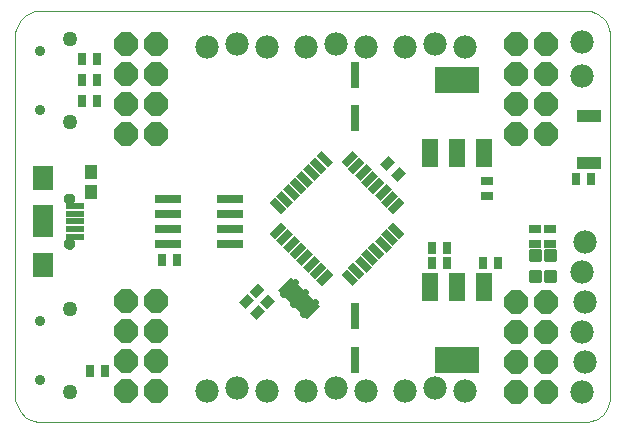
<source format=gts>
G75*
%MOIN*%
%OFA0B0*%
%FSLAX25Y25*%
%IPPOS*%
%LPD*%
%AMOC8*
5,1,8,0,0,1.08239X$1,22.5*
%
%ADD10C,0.00394*%
%ADD11C,0.07800*%
%ADD12R,0.05400X0.02600*%
%ADD13R,0.02600X0.05400*%
%ADD14R,0.05912X0.01975*%
%ADD15C,0.00000*%
%ADD16C,0.03746*%
%ADD17R,0.06693X0.07874*%
%ADD18R,0.06693X0.10630*%
%ADD19OC8,0.07800*%
%ADD20C,0.02172*%
%ADD21R,0.13760X0.06040*%
%ADD22R,0.05200X0.09200*%
%ADD23R,0.14573X0.09061*%
%ADD24R,0.03943X0.03156*%
%ADD25R,0.03156X0.03943*%
%ADD26R,0.09061X0.02762*%
%ADD27C,0.01301*%
%ADD28C,0.03500*%
%ADD29C,0.05000*%
%ADD30R,0.08200X0.04400*%
%ADD31R,0.04337X0.04731*%
%ADD32R,0.02959X0.09061*%
D10*
X0013852Y0009142D02*
X0013224Y0010066D01*
X0012790Y0011090D01*
X0012356Y0012115D01*
X0012115Y0013241D01*
X0012115Y0135651D01*
X0012356Y0136777D01*
X0012790Y0137802D01*
X0013224Y0138826D01*
X0013852Y0139750D01*
X0014628Y0140525D01*
X0015404Y0141301D01*
X0016327Y0141929D01*
X0017352Y0142363D01*
X0018377Y0142798D01*
X0019503Y0143038D01*
X0202967Y0143038D01*
X0204094Y0142798D01*
X0205119Y0142363D01*
X0206143Y0141929D01*
X0207067Y0141301D01*
X0207843Y0140525D01*
X0208619Y0139750D01*
X0209247Y0138826D01*
X0209681Y0137802D01*
X0210115Y0136777D01*
X0210355Y0135651D01*
X0210355Y0013241D01*
X0210115Y0012115D01*
X0209681Y0011090D01*
X0209247Y0010066D01*
X0208619Y0009142D01*
X0207843Y0008366D01*
X0207067Y0007591D01*
X0206143Y0006962D01*
X0205119Y0006528D01*
X0204094Y0006094D01*
X0202967Y0005854D01*
X0019503Y0005854D01*
X0018377Y0006094D01*
X0017352Y0006528D01*
X0016327Y0006962D01*
X0015404Y0007591D01*
X0013852Y0009142D01*
D11*
X0075846Y0016300D03*
X0085846Y0017300D03*
X0095846Y0016300D03*
X0108846Y0016300D03*
X0118846Y0017300D03*
X0128846Y0016300D03*
X0141846Y0016300D03*
X0151846Y0017300D03*
X0161846Y0016300D03*
X0200846Y0015800D03*
X0201846Y0025800D03*
X0200846Y0035800D03*
X0201846Y0045800D03*
X0200846Y0055800D03*
X0201846Y0065800D03*
X0200846Y0121100D03*
X0200846Y0132500D03*
X0161846Y0130800D03*
X0151846Y0131800D03*
X0141846Y0130800D03*
X0128846Y0130800D03*
X0118846Y0131800D03*
X0108846Y0130800D03*
X0095846Y0130800D03*
X0085846Y0131800D03*
X0075846Y0130800D03*
D12*
G36*
X0126330Y0094534D02*
X0122513Y0090717D01*
X0120674Y0092556D01*
X0124491Y0096373D01*
X0126330Y0094534D01*
G37*
G36*
X0128557Y0092307D02*
X0124740Y0088490D01*
X0122901Y0090329D01*
X0126718Y0094146D01*
X0128557Y0092307D01*
G37*
G36*
X0130784Y0090080D02*
X0126967Y0086263D01*
X0125128Y0088102D01*
X0128945Y0091919D01*
X0130784Y0090080D01*
G37*
G36*
X0133011Y0087853D02*
X0129194Y0084036D01*
X0127355Y0085875D01*
X0131172Y0089692D01*
X0133011Y0087853D01*
G37*
G36*
X0135238Y0085626D02*
X0131421Y0081809D01*
X0129582Y0083648D01*
X0133399Y0087465D01*
X0135238Y0085626D01*
G37*
G36*
X0137465Y0083398D02*
X0133648Y0079581D01*
X0131809Y0081420D01*
X0135626Y0085237D01*
X0137465Y0083398D01*
G37*
G36*
X0139692Y0081171D02*
X0135875Y0077354D01*
X0134036Y0079193D01*
X0137853Y0083010D01*
X0139692Y0081171D01*
G37*
G36*
X0141919Y0078944D02*
X0138102Y0075127D01*
X0136263Y0076966D01*
X0140080Y0080783D01*
X0141919Y0078944D01*
G37*
G36*
X0115792Y0057271D02*
X0111975Y0053454D01*
X0110136Y0055293D01*
X0113953Y0059110D01*
X0115792Y0057271D01*
G37*
G36*
X0118019Y0055044D02*
X0114202Y0051227D01*
X0112363Y0053066D01*
X0116180Y0056883D01*
X0118019Y0055044D01*
G37*
G36*
X0113565Y0059498D02*
X0109748Y0055681D01*
X0107909Y0057520D01*
X0111726Y0061337D01*
X0113565Y0059498D01*
G37*
G36*
X0111338Y0061725D02*
X0107521Y0057908D01*
X0105682Y0059747D01*
X0109499Y0063564D01*
X0111338Y0061725D01*
G37*
G36*
X0109111Y0063952D02*
X0105294Y0060135D01*
X0103455Y0061974D01*
X0107272Y0065791D01*
X0109111Y0063952D01*
G37*
G36*
X0106884Y0066180D02*
X0103067Y0062363D01*
X0101228Y0064202D01*
X0105045Y0068019D01*
X0106884Y0066180D01*
G37*
G36*
X0104657Y0068407D02*
X0100840Y0064590D01*
X0099001Y0066429D01*
X0102818Y0070246D01*
X0104657Y0068407D01*
G37*
G36*
X0102429Y0070634D02*
X0098612Y0066817D01*
X0096773Y0068656D01*
X0100590Y0072473D01*
X0102429Y0070634D01*
G37*
D13*
G36*
X0102429Y0076966D02*
X0100590Y0075127D01*
X0096773Y0078944D01*
X0098612Y0080783D01*
X0102429Y0076966D01*
G37*
G36*
X0104657Y0079193D02*
X0102818Y0077354D01*
X0099001Y0081171D01*
X0100840Y0083010D01*
X0104657Y0079193D01*
G37*
G36*
X0106884Y0081420D02*
X0105045Y0079581D01*
X0101228Y0083398D01*
X0103067Y0085237D01*
X0106884Y0081420D01*
G37*
G36*
X0109111Y0083648D02*
X0107272Y0081809D01*
X0103455Y0085626D01*
X0105294Y0087465D01*
X0109111Y0083648D01*
G37*
G36*
X0111338Y0085875D02*
X0109499Y0084036D01*
X0105682Y0087853D01*
X0107521Y0089692D01*
X0111338Y0085875D01*
G37*
G36*
X0113565Y0088102D02*
X0111726Y0086263D01*
X0107909Y0090080D01*
X0109748Y0091919D01*
X0113565Y0088102D01*
G37*
G36*
X0115792Y0090329D02*
X0113953Y0088490D01*
X0110136Y0092307D01*
X0111975Y0094146D01*
X0115792Y0090329D01*
G37*
G36*
X0118019Y0092556D02*
X0116180Y0090717D01*
X0112363Y0094534D01*
X0114202Y0096373D01*
X0118019Y0092556D01*
G37*
G36*
X0141919Y0068656D02*
X0140080Y0066817D01*
X0136263Y0070634D01*
X0138102Y0072473D01*
X0141919Y0068656D01*
G37*
G36*
X0139692Y0066429D02*
X0137853Y0064590D01*
X0134036Y0068407D01*
X0135875Y0070246D01*
X0139692Y0066429D01*
G37*
G36*
X0137465Y0064202D02*
X0135626Y0062363D01*
X0131809Y0066180D01*
X0133648Y0068019D01*
X0137465Y0064202D01*
G37*
G36*
X0135238Y0061974D02*
X0133399Y0060135D01*
X0129582Y0063952D01*
X0131421Y0065791D01*
X0135238Y0061974D01*
G37*
G36*
X0133011Y0059747D02*
X0131172Y0057908D01*
X0127355Y0061725D01*
X0129194Y0063564D01*
X0133011Y0059747D01*
G37*
G36*
X0130784Y0057520D02*
X0128945Y0055681D01*
X0125128Y0059498D01*
X0126967Y0061337D01*
X0130784Y0057520D01*
G37*
G36*
X0128557Y0055293D02*
X0126718Y0053454D01*
X0122901Y0057271D01*
X0124740Y0059110D01*
X0128557Y0055293D01*
G37*
G36*
X0126330Y0053066D02*
X0124491Y0051227D01*
X0120674Y0055044D01*
X0122513Y0056883D01*
X0126330Y0053066D01*
G37*
D14*
X0031976Y0067682D03*
X0031976Y0070241D03*
X0031976Y0072800D03*
X0031976Y0075359D03*
X0031976Y0077918D03*
D15*
X0028335Y0080280D02*
X0028337Y0080361D01*
X0028343Y0080443D01*
X0028353Y0080524D01*
X0028367Y0080604D01*
X0028384Y0080683D01*
X0028406Y0080762D01*
X0028431Y0080839D01*
X0028460Y0080916D01*
X0028493Y0080990D01*
X0028530Y0081063D01*
X0028569Y0081134D01*
X0028613Y0081203D01*
X0028659Y0081270D01*
X0028709Y0081334D01*
X0028762Y0081396D01*
X0028818Y0081456D01*
X0028876Y0081512D01*
X0028938Y0081566D01*
X0029002Y0081617D01*
X0029068Y0081664D01*
X0029136Y0081708D01*
X0029207Y0081749D01*
X0029279Y0081786D01*
X0029354Y0081820D01*
X0029429Y0081850D01*
X0029507Y0081876D01*
X0029585Y0081899D01*
X0029664Y0081917D01*
X0029744Y0081932D01*
X0029825Y0081943D01*
X0029906Y0081950D01*
X0029988Y0081953D01*
X0030069Y0081952D01*
X0030150Y0081947D01*
X0030231Y0081938D01*
X0030312Y0081925D01*
X0030392Y0081908D01*
X0030470Y0081888D01*
X0030548Y0081863D01*
X0030625Y0081835D01*
X0030700Y0081803D01*
X0030773Y0081768D01*
X0030844Y0081729D01*
X0030914Y0081686D01*
X0030981Y0081641D01*
X0031047Y0081592D01*
X0031109Y0081540D01*
X0031169Y0081484D01*
X0031226Y0081426D01*
X0031281Y0081366D01*
X0031332Y0081302D01*
X0031380Y0081237D01*
X0031425Y0081169D01*
X0031467Y0081099D01*
X0031505Y0081027D01*
X0031540Y0080953D01*
X0031571Y0080878D01*
X0031598Y0080801D01*
X0031621Y0080723D01*
X0031641Y0080644D01*
X0031657Y0080564D01*
X0031669Y0080483D01*
X0031677Y0080402D01*
X0031681Y0080321D01*
X0031681Y0080239D01*
X0031677Y0080158D01*
X0031669Y0080077D01*
X0031657Y0079996D01*
X0031641Y0079916D01*
X0031621Y0079837D01*
X0031598Y0079759D01*
X0031571Y0079682D01*
X0031540Y0079607D01*
X0031505Y0079533D01*
X0031467Y0079461D01*
X0031425Y0079391D01*
X0031380Y0079323D01*
X0031332Y0079258D01*
X0031281Y0079194D01*
X0031226Y0079134D01*
X0031169Y0079076D01*
X0031109Y0079020D01*
X0031047Y0078968D01*
X0030981Y0078919D01*
X0030914Y0078874D01*
X0030845Y0078831D01*
X0030773Y0078792D01*
X0030700Y0078757D01*
X0030625Y0078725D01*
X0030548Y0078697D01*
X0030470Y0078672D01*
X0030392Y0078652D01*
X0030312Y0078635D01*
X0030231Y0078622D01*
X0030150Y0078613D01*
X0030069Y0078608D01*
X0029988Y0078607D01*
X0029906Y0078610D01*
X0029825Y0078617D01*
X0029744Y0078628D01*
X0029664Y0078643D01*
X0029585Y0078661D01*
X0029507Y0078684D01*
X0029429Y0078710D01*
X0029354Y0078740D01*
X0029279Y0078774D01*
X0029207Y0078811D01*
X0029136Y0078852D01*
X0029068Y0078896D01*
X0029002Y0078943D01*
X0028938Y0078994D01*
X0028876Y0079048D01*
X0028818Y0079104D01*
X0028762Y0079164D01*
X0028709Y0079226D01*
X0028659Y0079290D01*
X0028613Y0079357D01*
X0028569Y0079426D01*
X0028530Y0079497D01*
X0028493Y0079570D01*
X0028460Y0079644D01*
X0028431Y0079721D01*
X0028406Y0079798D01*
X0028384Y0079877D01*
X0028367Y0079956D01*
X0028353Y0080036D01*
X0028343Y0080117D01*
X0028337Y0080199D01*
X0028335Y0080280D01*
X0028335Y0065320D02*
X0028337Y0065401D01*
X0028343Y0065483D01*
X0028353Y0065564D01*
X0028367Y0065644D01*
X0028384Y0065723D01*
X0028406Y0065802D01*
X0028431Y0065879D01*
X0028460Y0065956D01*
X0028493Y0066030D01*
X0028530Y0066103D01*
X0028569Y0066174D01*
X0028613Y0066243D01*
X0028659Y0066310D01*
X0028709Y0066374D01*
X0028762Y0066436D01*
X0028818Y0066496D01*
X0028876Y0066552D01*
X0028938Y0066606D01*
X0029002Y0066657D01*
X0029068Y0066704D01*
X0029136Y0066748D01*
X0029207Y0066789D01*
X0029279Y0066826D01*
X0029354Y0066860D01*
X0029429Y0066890D01*
X0029507Y0066916D01*
X0029585Y0066939D01*
X0029664Y0066957D01*
X0029744Y0066972D01*
X0029825Y0066983D01*
X0029906Y0066990D01*
X0029988Y0066993D01*
X0030069Y0066992D01*
X0030150Y0066987D01*
X0030231Y0066978D01*
X0030312Y0066965D01*
X0030392Y0066948D01*
X0030470Y0066928D01*
X0030548Y0066903D01*
X0030625Y0066875D01*
X0030700Y0066843D01*
X0030773Y0066808D01*
X0030844Y0066769D01*
X0030914Y0066726D01*
X0030981Y0066681D01*
X0031047Y0066632D01*
X0031109Y0066580D01*
X0031169Y0066524D01*
X0031226Y0066466D01*
X0031281Y0066406D01*
X0031332Y0066342D01*
X0031380Y0066277D01*
X0031425Y0066209D01*
X0031467Y0066139D01*
X0031505Y0066067D01*
X0031540Y0065993D01*
X0031571Y0065918D01*
X0031598Y0065841D01*
X0031621Y0065763D01*
X0031641Y0065684D01*
X0031657Y0065604D01*
X0031669Y0065523D01*
X0031677Y0065442D01*
X0031681Y0065361D01*
X0031681Y0065279D01*
X0031677Y0065198D01*
X0031669Y0065117D01*
X0031657Y0065036D01*
X0031641Y0064956D01*
X0031621Y0064877D01*
X0031598Y0064799D01*
X0031571Y0064722D01*
X0031540Y0064647D01*
X0031505Y0064573D01*
X0031467Y0064501D01*
X0031425Y0064431D01*
X0031380Y0064363D01*
X0031332Y0064298D01*
X0031281Y0064234D01*
X0031226Y0064174D01*
X0031169Y0064116D01*
X0031109Y0064060D01*
X0031047Y0064008D01*
X0030981Y0063959D01*
X0030914Y0063914D01*
X0030845Y0063871D01*
X0030773Y0063832D01*
X0030700Y0063797D01*
X0030625Y0063765D01*
X0030548Y0063737D01*
X0030470Y0063712D01*
X0030392Y0063692D01*
X0030312Y0063675D01*
X0030231Y0063662D01*
X0030150Y0063653D01*
X0030069Y0063648D01*
X0029988Y0063647D01*
X0029906Y0063650D01*
X0029825Y0063657D01*
X0029744Y0063668D01*
X0029664Y0063683D01*
X0029585Y0063701D01*
X0029507Y0063724D01*
X0029429Y0063750D01*
X0029354Y0063780D01*
X0029279Y0063814D01*
X0029207Y0063851D01*
X0029136Y0063892D01*
X0029068Y0063936D01*
X0029002Y0063983D01*
X0028938Y0064034D01*
X0028876Y0064088D01*
X0028818Y0064144D01*
X0028762Y0064204D01*
X0028709Y0064266D01*
X0028659Y0064330D01*
X0028613Y0064397D01*
X0028569Y0064466D01*
X0028530Y0064537D01*
X0028493Y0064610D01*
X0028460Y0064684D01*
X0028431Y0064761D01*
X0028406Y0064838D01*
X0028384Y0064917D01*
X0028367Y0064996D01*
X0028353Y0065076D01*
X0028343Y0065157D01*
X0028337Y0065239D01*
X0028335Y0065320D01*
D16*
X0030008Y0065320D03*
X0030008Y0080280D03*
D17*
X0021346Y0087304D03*
X0021346Y0058296D03*
D18*
X0021346Y0072800D03*
D19*
X0048846Y0046300D03*
X0058846Y0046300D03*
X0058846Y0036300D03*
X0048846Y0036300D03*
X0048846Y0026300D03*
X0058846Y0026300D03*
X0058846Y0016300D03*
X0048846Y0016300D03*
X0048846Y0101800D03*
X0058846Y0101800D03*
X0058846Y0111800D03*
X0048846Y0111800D03*
X0048846Y0121800D03*
X0058846Y0121800D03*
X0058846Y0131800D03*
X0048846Y0131800D03*
X0178846Y0131800D03*
X0188846Y0131800D03*
X0188846Y0121800D03*
X0178846Y0121800D03*
X0178846Y0111800D03*
X0188846Y0111800D03*
X0188846Y0101800D03*
X0178846Y0101800D03*
X0178846Y0045800D03*
X0188846Y0045800D03*
X0188846Y0035800D03*
X0178846Y0035800D03*
X0178846Y0025800D03*
X0188846Y0025800D03*
X0188846Y0015800D03*
X0178846Y0015800D03*
D20*
X0111962Y0045984D02*
X0107912Y0041934D01*
X0104571Y0045275D02*
X0108621Y0049325D01*
X0105281Y0052666D02*
X0101231Y0048616D01*
D21*
G36*
X0109311Y0040300D02*
X0099582Y0050029D01*
X0103853Y0054300D01*
X0113582Y0044571D01*
X0109311Y0040300D01*
G37*
D22*
X0150246Y0051000D03*
X0159346Y0051000D03*
X0168446Y0051000D03*
X0168446Y0095600D03*
X0159346Y0095600D03*
X0150246Y0095600D03*
D23*
X0159346Y0120001D03*
X0159346Y0026599D03*
D24*
X0185346Y0065241D03*
X0190346Y0065241D03*
X0190346Y0070359D03*
X0185346Y0070359D03*
X0169346Y0081241D03*
X0169346Y0086359D03*
D25*
X0198787Y0086800D03*
X0203906Y0086800D03*
X0172906Y0058800D03*
X0167787Y0058800D03*
X0155906Y0058800D03*
X0150787Y0058800D03*
X0150787Y0063800D03*
X0155906Y0063800D03*
G36*
X0139933Y0090999D02*
X0142165Y0088767D01*
X0139379Y0085981D01*
X0137147Y0088213D01*
X0139933Y0090999D01*
G37*
G36*
X0136314Y0094619D02*
X0138546Y0092387D01*
X0135760Y0089601D01*
X0133528Y0091833D01*
X0136314Y0094619D01*
G37*
G36*
X0092260Y0047101D02*
X0090028Y0049333D01*
X0092814Y0052119D01*
X0095046Y0049887D01*
X0092260Y0047101D01*
G37*
G36*
X0095879Y0043481D02*
X0093647Y0045713D01*
X0096433Y0048499D01*
X0098665Y0046267D01*
X0095879Y0043481D01*
G37*
G36*
X0092379Y0039981D02*
X0090147Y0042213D01*
X0092933Y0044999D01*
X0095165Y0042767D01*
X0092379Y0039981D01*
G37*
G36*
X0088760Y0043601D02*
X0086528Y0045833D01*
X0089314Y0048619D01*
X0091546Y0046387D01*
X0088760Y0043601D01*
G37*
X0065906Y0059800D03*
X0060787Y0059800D03*
X0041906Y0022800D03*
X0036787Y0022800D03*
X0034287Y0112800D03*
X0039406Y0112800D03*
X0039406Y0119800D03*
X0034287Y0119800D03*
X0034287Y0126800D03*
X0039406Y0126800D03*
D26*
X0063110Y0080300D03*
X0063110Y0075300D03*
X0063110Y0070300D03*
X0063110Y0065300D03*
X0083583Y0065300D03*
X0083583Y0070300D03*
X0083583Y0075300D03*
X0083583Y0080300D03*
D27*
X0183828Y0059735D02*
X0186864Y0059735D01*
X0183828Y0059735D02*
X0183828Y0062771D01*
X0186864Y0062771D01*
X0186864Y0059735D01*
X0186864Y0061035D02*
X0183828Y0061035D01*
X0183828Y0062335D02*
X0186864Y0062335D01*
X0188828Y0059735D02*
X0191864Y0059735D01*
X0188828Y0059735D02*
X0188828Y0062771D01*
X0191864Y0062771D01*
X0191864Y0059735D01*
X0191864Y0061035D02*
X0188828Y0061035D01*
X0188828Y0062335D02*
X0191864Y0062335D01*
X0191864Y0052829D02*
X0188828Y0052829D01*
X0188828Y0055865D01*
X0191864Y0055865D01*
X0191864Y0052829D01*
X0191864Y0054129D02*
X0188828Y0054129D01*
X0188828Y0055429D02*
X0191864Y0055429D01*
X0186864Y0052829D02*
X0183828Y0052829D01*
X0183828Y0055865D01*
X0186864Y0055865D01*
X0186864Y0052829D01*
X0186864Y0054129D02*
X0183828Y0054129D01*
X0183828Y0055429D02*
X0186864Y0055429D01*
D28*
X0020346Y0039643D03*
X0020346Y0019957D03*
X0020346Y0109957D03*
X0020346Y0129643D03*
D29*
X0030189Y0133580D03*
X0030189Y0106020D03*
X0030189Y0043580D03*
X0030189Y0016020D03*
D30*
X0203246Y0092050D03*
X0203246Y0107800D03*
D31*
X0037346Y0089146D03*
X0037346Y0082454D03*
D32*
X0125309Y0107070D03*
X0125309Y0121637D03*
X0125384Y0041280D03*
X0125384Y0026713D03*
M02*

</source>
